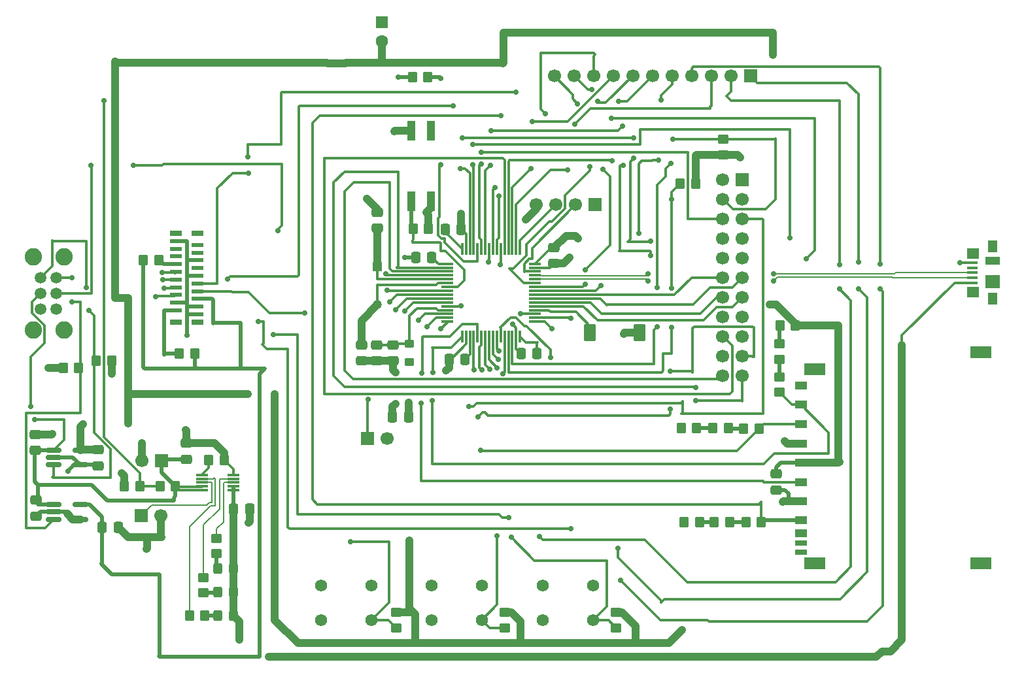
<source format=gtl>
G04 #@! TF.GenerationSoftware,KiCad,Pcbnew,9.0.5*
G04 #@! TF.CreationDate,2025-10-18T23:40:23+02:00*
G04 #@! TF.ProjectId,fotoaparat,666f746f-6170-4617-9261-742e6b696361,rev?*
G04 #@! TF.SameCoordinates,Original*
G04 #@! TF.FileFunction,Copper,L1,Top*
G04 #@! TF.FilePolarity,Positive*
%FSLAX46Y46*%
G04 Gerber Fmt 4.6, Leading zero omitted, Abs format (unit mm)*
G04 Created by KiCad (PCBNEW 9.0.5) date 2025-10-18 23:40:23*
%MOMM*%
%LPD*%
G01*
G04 APERTURE LIST*
G04 Aperture macros list*
%AMRoundRect*
0 Rectangle with rounded corners*
0 $1 Rounding radius*
0 $2 $3 $4 $5 $6 $7 $8 $9 X,Y pos of 4 corners*
0 Add a 4 corners polygon primitive as box body*
4,1,4,$2,$3,$4,$5,$6,$7,$8,$9,$2,$3,0*
0 Add four circle primitives for the rounded corners*
1,1,$1+$1,$2,$3*
1,1,$1+$1,$4,$5*
1,1,$1+$1,$6,$7*
1,1,$1+$1,$8,$9*
0 Add four rect primitives between the rounded corners*
20,1,$1+$1,$2,$3,$4,$5,0*
20,1,$1+$1,$4,$5,$6,$7,0*
20,1,$1+$1,$6,$7,$8,$9,0*
20,1,$1+$1,$8,$9,$2,$3,0*%
G04 Aperture macros list end*
G04 #@! TA.AperFunction,ComponentPad*
%ADD10RoundRect,0.250000X-0.550000X0.550000X-0.550000X-0.550000X0.550000X-0.550000X0.550000X0.550000X0*%
G04 #@! TD*
G04 #@! TA.AperFunction,ComponentPad*
%ADD11C,1.600000*%
G04 #@! TD*
G04 #@! TA.AperFunction,SMDPad,CuDef*
%ADD12RoundRect,0.250000X0.475000X-0.337500X0.475000X0.337500X-0.475000X0.337500X-0.475000X-0.337500X0*%
G04 #@! TD*
G04 #@! TA.AperFunction,ComponentPad*
%ADD13C,1.575000*%
G04 #@! TD*
G04 #@! TA.AperFunction,SMDPad,CuDef*
%ADD14R,1.498600X0.990600*%
G04 #@! TD*
G04 #@! TA.AperFunction,SMDPad,CuDef*
%ADD15R,1.498600X0.711200*%
G04 #@! TD*
G04 #@! TA.AperFunction,SMDPad,CuDef*
%ADD16R,2.794000X1.498600*%
G04 #@! TD*
G04 #@! TA.AperFunction,SMDPad,CuDef*
%ADD17RoundRect,0.250000X-0.475000X0.337500X-0.475000X-0.337500X0.475000X-0.337500X0.475000X0.337500X0*%
G04 #@! TD*
G04 #@! TA.AperFunction,ComponentPad*
%ADD18R,1.700000X1.700000*%
G04 #@! TD*
G04 #@! TA.AperFunction,ComponentPad*
%ADD19C,1.700000*%
G04 #@! TD*
G04 #@! TA.AperFunction,SMDPad,CuDef*
%ADD20RoundRect,0.075000X-0.700000X-0.075000X0.700000X-0.075000X0.700000X0.075000X-0.700000X0.075000X0*%
G04 #@! TD*
G04 #@! TA.AperFunction,SMDPad,CuDef*
%ADD21RoundRect,0.075000X-0.075000X-0.700000X0.075000X-0.700000X0.075000X0.700000X-0.075000X0.700000X0*%
G04 #@! TD*
G04 #@! TA.AperFunction,SMDPad,CuDef*
%ADD22R,1.380000X0.450000*%
G04 #@! TD*
G04 #@! TA.AperFunction,SMDPad,CuDef*
%ADD23R,1.550000X1.425000*%
G04 #@! TD*
G04 #@! TA.AperFunction,SMDPad,CuDef*
%ADD24R,1.300000X1.650000*%
G04 #@! TD*
G04 #@! TA.AperFunction,SMDPad,CuDef*
%ADD25R,1.900000X1.800000*%
G04 #@! TD*
G04 #@! TA.AperFunction,SMDPad,CuDef*
%ADD26R,1.900000X1.000000*%
G04 #@! TD*
G04 #@! TA.AperFunction,SMDPad,CuDef*
%ADD27RoundRect,0.250000X-0.325000X-0.450000X0.325000X-0.450000X0.325000X0.450000X-0.325000X0.450000X0*%
G04 #@! TD*
G04 #@! TA.AperFunction,SMDPad,CuDef*
%ADD28RoundRect,0.162500X-0.837500X-0.162500X0.837500X-0.162500X0.837500X0.162500X-0.837500X0.162500X0*%
G04 #@! TD*
G04 #@! TA.AperFunction,SMDPad,CuDef*
%ADD29RoundRect,0.250000X-0.350000X-0.450000X0.350000X-0.450000X0.350000X0.450000X-0.350000X0.450000X0*%
G04 #@! TD*
G04 #@! TA.AperFunction,SMDPad,CuDef*
%ADD30RoundRect,0.250000X0.350000X0.450000X-0.350000X0.450000X-0.350000X-0.450000X0.350000X-0.450000X0*%
G04 #@! TD*
G04 #@! TA.AperFunction,SMDPad,CuDef*
%ADD31RoundRect,0.250000X-0.337500X-0.475000X0.337500X-0.475000X0.337500X0.475000X-0.337500X0.475000X0*%
G04 #@! TD*
G04 #@! TA.AperFunction,SMDPad,CuDef*
%ADD32RoundRect,0.250000X0.450000X-0.350000X0.450000X0.350000X-0.450000X0.350000X-0.450000X-0.350000X0*%
G04 #@! TD*
G04 #@! TA.AperFunction,SMDPad,CuDef*
%ADD33RoundRect,0.250000X-0.350000X0.275000X-0.350000X-0.275000X0.350000X-0.275000X0.350000X0.275000X0*%
G04 #@! TD*
G04 #@! TA.AperFunction,SMDPad,CuDef*
%ADD34R,1.500000X0.600000*%
G04 #@! TD*
G04 #@! TA.AperFunction,SMDPad,CuDef*
%ADD35R,1.500000X0.800000*%
G04 #@! TD*
G04 #@! TA.AperFunction,ComponentPad*
%ADD36R,1.192000X1.192000*%
G04 #@! TD*
G04 #@! TA.AperFunction,ComponentPad*
%ADD37C,1.192000*%
G04 #@! TD*
G04 #@! TA.AperFunction,SMDPad,CuDef*
%ADD38RoundRect,0.250000X0.337500X0.475000X-0.337500X0.475000X-0.337500X-0.475000X0.337500X-0.475000X0*%
G04 #@! TD*
G04 #@! TA.AperFunction,SMDPad,CuDef*
%ADD39RoundRect,0.250000X-0.550000X-0.850000X0.550000X-0.850000X0.550000X0.850000X-0.550000X0.850000X0*%
G04 #@! TD*
G04 #@! TA.AperFunction,SMDPad,CuDef*
%ADD40RoundRect,0.250000X-0.450000X0.350000X-0.450000X-0.350000X0.450000X-0.350000X0.450000X0.350000X0*%
G04 #@! TD*
G04 #@! TA.AperFunction,ComponentPad*
%ADD41C,1.500000*%
G04 #@! TD*
G04 #@! TA.AperFunction,ComponentPad*
%ADD42C,2.250000*%
G04 #@! TD*
G04 #@! TA.AperFunction,SMDPad,CuDef*
%ADD43R,1.512799X0.330200*%
G04 #@! TD*
G04 #@! TA.AperFunction,SMDPad,CuDef*
%ADD44R,1.000000X2.500000*%
G04 #@! TD*
G04 #@! TA.AperFunction,ViaPad*
%ADD45C,0.700000*%
G04 #@! TD*
G04 #@! TA.AperFunction,Conductor*
%ADD46C,1.000000*%
G04 #@! TD*
G04 #@! TA.AperFunction,Conductor*
%ADD47C,0.500000*%
G04 #@! TD*
G04 #@! TA.AperFunction,Conductor*
%ADD48C,0.300000*%
G04 #@! TD*
G04 #@! TA.AperFunction,Conductor*
%ADD49C,0.200000*%
G04 #@! TD*
G04 APERTURE END LIST*
D10*
X128050000Y-64544887D03*
D11*
X128050000Y-67044887D03*
D12*
X179100000Y-123075000D03*
X179100000Y-125150000D03*
D13*
X120200000Y-137500000D03*
X120200000Y-142000000D03*
X126700000Y-137500000D03*
X126700000Y-142000000D03*
D14*
X182293599Y-114125000D03*
X182293599Y-116625000D03*
X182293599Y-119125000D03*
X182293599Y-121625000D03*
X182293599Y-124125000D03*
X182293599Y-126625000D03*
X182293599Y-129049999D03*
X182293599Y-130750021D03*
X182293599Y-111625000D03*
D15*
X182293599Y-132050001D03*
X182293599Y-133249897D03*
D16*
X184093601Y-134650001D03*
X184093601Y-109550000D03*
X205593601Y-134649998D03*
X205593601Y-107350002D03*
D17*
X83300000Y-126462500D03*
X83300000Y-128537500D03*
D18*
X96900000Y-128500000D03*
D19*
X99440000Y-128500000D03*
D20*
X136525000Y-95850000D03*
X136525000Y-96350000D03*
X136525000Y-96850000D03*
X136525000Y-97350000D03*
X136525000Y-97850000D03*
X136525000Y-98350000D03*
X136525000Y-98850000D03*
X136525000Y-99350000D03*
X136525000Y-99850000D03*
X136525000Y-100350000D03*
X136525000Y-100850000D03*
X136525000Y-101350000D03*
X136525000Y-101850000D03*
X136525000Y-102350000D03*
X136525000Y-102850000D03*
X136525000Y-103350000D03*
D21*
X138450000Y-105275000D03*
X138950000Y-105275000D03*
X139450000Y-105275000D03*
X139950000Y-105275000D03*
X140450000Y-105275000D03*
X140950000Y-105275000D03*
X141450000Y-105275000D03*
X141950000Y-105275000D03*
X142450000Y-105275000D03*
X142950000Y-105275000D03*
X143450000Y-105275000D03*
X143950000Y-105275000D03*
X144450000Y-105275000D03*
X144950000Y-105275000D03*
X145450000Y-105275000D03*
X145950000Y-105275000D03*
D20*
X147875000Y-103350000D03*
X147875000Y-102850000D03*
X147875000Y-102350000D03*
X147875000Y-101850000D03*
X147875000Y-101350000D03*
X147875000Y-100850000D03*
X147875000Y-100350000D03*
X147875000Y-99850000D03*
X147875000Y-99350000D03*
X147875000Y-98850000D03*
X147875000Y-98350000D03*
X147875000Y-97850000D03*
X147875000Y-97350000D03*
X147875000Y-96850000D03*
X147875000Y-96350000D03*
X147875000Y-95850000D03*
D21*
X145950000Y-93925000D03*
X145450000Y-93925000D03*
X144950000Y-93925000D03*
X144450000Y-93925000D03*
X143950000Y-93925000D03*
X143450000Y-93925000D03*
X142950000Y-93925000D03*
X142450000Y-93925000D03*
X141950000Y-93925000D03*
X141450000Y-93925000D03*
X140950000Y-93925000D03*
X140450000Y-93925000D03*
X139950000Y-93925000D03*
X139450000Y-93925000D03*
X138950000Y-93925000D03*
X138450000Y-93925000D03*
D18*
X99540000Y-121400000D03*
D19*
X97000000Y-121400000D03*
D22*
X204475000Y-98300000D03*
X204475000Y-97650000D03*
X204475000Y-97000000D03*
X204475000Y-96350000D03*
X204475000Y-95700000D03*
D23*
X204560000Y-99487000D03*
X204560000Y-94513000D03*
D24*
X207135000Y-100375000D03*
D25*
X207135000Y-98150000D03*
D26*
X207135000Y-95450000D03*
D24*
X207135000Y-93625000D03*
D18*
X155680000Y-88200000D03*
D19*
X153140000Y-88200000D03*
X150600000Y-88200000D03*
X148060000Y-88200000D03*
D12*
X83200000Y-120037500D03*
X83200000Y-117962500D03*
D27*
X106815000Y-138400000D03*
X108865000Y-138400000D03*
D28*
X85580000Y-127050000D03*
X85580000Y-128000000D03*
X85580000Y-128950000D03*
X89000000Y-128950000D03*
X89000000Y-127050000D03*
D29*
X105640000Y-121300000D03*
X107640000Y-121300000D03*
D30*
X99200000Y-95350000D03*
X97200000Y-95350000D03*
D28*
X85580000Y-120000000D03*
X85580000Y-120950000D03*
X85580000Y-121900000D03*
X89000000Y-121900000D03*
X89000000Y-120000000D03*
D29*
X86800000Y-109300000D03*
X88800000Y-109300000D03*
D31*
X132462500Y-95000000D03*
X134537500Y-95000000D03*
D27*
X106815000Y-135360000D03*
X108865000Y-135360000D03*
D32*
X172300000Y-81700000D03*
X172300000Y-79700000D03*
D29*
X170900000Y-117100000D03*
X172900000Y-117100000D03*
D18*
X174740000Y-84925000D03*
D19*
X172200000Y-84925000D03*
X174740000Y-87465000D03*
X172200000Y-87465000D03*
X174740000Y-90005000D03*
X172200000Y-90005000D03*
X174740000Y-92545000D03*
X172200000Y-92545000D03*
X174740000Y-95085000D03*
X172200000Y-95085000D03*
X174740000Y-97625000D03*
X172200000Y-97625000D03*
X174740000Y-100165000D03*
X172200000Y-100165000D03*
X174740000Y-102705000D03*
X172200000Y-102705000D03*
X174740000Y-105245000D03*
X172200000Y-105245000D03*
X174740000Y-107785000D03*
X172200000Y-107785000D03*
X174740000Y-110325000D03*
X172200000Y-110325000D03*
D30*
X105140000Y-141400000D03*
X103140000Y-141400000D03*
D12*
X150300000Y-95837500D03*
X150300000Y-93762500D03*
D17*
X127500000Y-89162500D03*
X127500000Y-91237500D03*
D31*
X108865000Y-127600000D03*
X110940000Y-127600000D03*
D29*
X167200000Y-129300000D03*
X169200000Y-129300000D03*
D17*
X129500000Y-106362500D03*
X129500000Y-108437500D03*
D18*
X175775000Y-71500000D03*
D19*
X173235000Y-71500000D03*
X170695000Y-71500000D03*
X168155000Y-71500000D03*
X165615000Y-71500000D03*
X163075000Y-71500000D03*
X160535000Y-71500000D03*
X157995000Y-71500000D03*
X155455000Y-71500000D03*
X152915000Y-71500000D03*
X150375000Y-71500000D03*
D33*
X131600000Y-106250000D03*
X131600000Y-108550000D03*
D30*
X168700000Y-85500000D03*
X166700000Y-85500000D03*
D29*
X132000000Y-71700000D03*
X134000000Y-71700000D03*
D34*
X104200000Y-102400000D03*
X101400000Y-101900000D03*
X104200000Y-101400000D03*
X101400000Y-100900000D03*
X104200000Y-100400000D03*
X101400000Y-99900000D03*
X104200000Y-99400000D03*
X101400000Y-98900000D03*
X104200000Y-98400000D03*
X101400000Y-97900000D03*
X104200000Y-97400000D03*
X101400000Y-96900000D03*
X104200000Y-96400000D03*
X101400000Y-95900000D03*
X104200000Y-95400000D03*
X101400000Y-94900000D03*
X104200000Y-94400000D03*
X101400000Y-93900000D03*
X104200000Y-93400000D03*
X101400000Y-92900000D03*
D35*
X101400000Y-103400000D03*
X104200000Y-103400000D03*
X101400000Y-91900000D03*
X104200000Y-91900000D03*
D18*
X126160000Y-118500000D03*
D19*
X128700000Y-118500000D03*
D36*
X127500000Y-96260000D03*
D37*
X127500000Y-101140000D03*
D38*
X131500000Y-115700000D03*
X129425000Y-115700000D03*
D39*
X155000000Y-104800000D03*
X161400000Y-104800000D03*
D12*
X102740000Y-121175000D03*
X102740000Y-119100000D03*
D32*
X104940000Y-138500000D03*
X104940000Y-136500000D03*
D30*
X93100000Y-108400000D03*
X91100000Y-108400000D03*
D40*
X179500000Y-110500000D03*
X179500000Y-112500000D03*
D41*
X83900000Y-101700000D03*
X83900000Y-99700000D03*
X83900000Y-97700000D03*
X85900000Y-101700000D03*
X85900000Y-99700000D03*
X85900000Y-97700000D03*
D42*
X82900000Y-104450000D03*
X86900000Y-104450000D03*
X86900000Y-94950000D03*
X82900000Y-94950000D03*
D43*
X108829400Y-125200000D03*
X108829400Y-124699998D03*
X108829400Y-124199999D03*
X108829400Y-123700000D03*
X108829400Y-123199998D03*
X104740000Y-123199998D03*
X104740000Y-123700000D03*
X104740000Y-124199999D03*
X104740000Y-124699998D03*
X104740000Y-125200000D03*
D30*
X103850000Y-107500000D03*
X101850000Y-107500000D03*
D29*
X166800000Y-117100000D03*
X168800000Y-117100000D03*
D13*
X148931000Y-137500000D03*
X148931000Y-142000000D03*
X155431000Y-137500000D03*
X155431000Y-142000000D03*
D32*
X106640000Y-133400000D03*
X106640000Y-131400000D03*
D40*
X158400000Y-141000000D03*
X158400000Y-143000000D03*
D29*
X174900000Y-117200000D03*
X176900000Y-117200000D03*
D38*
X138337500Y-91400000D03*
X136262500Y-91400000D03*
D29*
X175200000Y-129300000D03*
X177200000Y-129300000D03*
D12*
X91300000Y-122037500D03*
X91300000Y-119962500D03*
D40*
X144000000Y-141000000D03*
X144000000Y-143000000D03*
D30*
X96740000Y-124700000D03*
X94740000Y-124700000D03*
D38*
X93937500Y-130000000D03*
X91862500Y-130000000D03*
D44*
X131830000Y-87750000D03*
X134370000Y-87750000D03*
X131830000Y-78650000D03*
X134370000Y-78650000D03*
D31*
X136762500Y-108200000D03*
X138837500Y-108200000D03*
D30*
X181600000Y-103800000D03*
X179600000Y-103800000D03*
D12*
X125400000Y-108437500D03*
X125400000Y-106362500D03*
D17*
X127400000Y-106362500D03*
X127400000Y-108437500D03*
D30*
X134100000Y-91300000D03*
X132100000Y-91300000D03*
D29*
X171100000Y-129300000D03*
X173100000Y-129300000D03*
D40*
X179500000Y-106200000D03*
X179500000Y-108200000D03*
D13*
X134500000Y-137500000D03*
X134500000Y-142000000D03*
X141000000Y-137500000D03*
X141000000Y-142000000D03*
D27*
X106815000Y-141440000D03*
X108865000Y-141440000D03*
D40*
X129900000Y-141000000D03*
X129900000Y-143000000D03*
D31*
X146062500Y-107500000D03*
X148137500Y-107500000D03*
D30*
X101340000Y-124700000D03*
X99340000Y-124700000D03*
D45*
X130150000Y-71700000D03*
X99700000Y-97950000D03*
X108050000Y-97850000D03*
X99650000Y-96950000D03*
X99900000Y-99000000D03*
X112100000Y-103300000D03*
X110700000Y-82000000D03*
X110800000Y-84100000D03*
X114000000Y-105000000D03*
X98750000Y-100150000D03*
X152400000Y-95000000D03*
X138300000Y-101300000D03*
X129800000Y-109900000D03*
X97600000Y-132800000D03*
X159400000Y-104900000D03*
X102700000Y-117400000D03*
X110800000Y-129400000D03*
X94400000Y-123000000D03*
X87400000Y-122700000D03*
X85400000Y-117900000D03*
X180200000Y-118800000D03*
X202900000Y-95700000D03*
X97000000Y-119100000D03*
X87300000Y-128200000D03*
X146700000Y-90100000D03*
X102800000Y-105100000D03*
X180000000Y-126700000D03*
X138300000Y-89400000D03*
X129800000Y-114000000D03*
X126100000Y-87400000D03*
X93100000Y-110100000D03*
X136400000Y-109700000D03*
X84900000Y-109300000D03*
X129700000Y-78700000D03*
X145000000Y-103700000D03*
X131000000Y-95000000D03*
X83100000Y-116000000D03*
X82600000Y-114300000D03*
X143250000Y-87100000D03*
X145400000Y-73600000D03*
X131600000Y-131700000D03*
X110700000Y-112700000D03*
X95200000Y-116500000D03*
X134370000Y-87750000D03*
X131600000Y-108550000D03*
X148137500Y-107500000D03*
X131500000Y-113800000D03*
X174500000Y-82100000D03*
X114200000Y-112700000D03*
X113800000Y-69825000D03*
X138837500Y-108200000D03*
X153500000Y-92600000D03*
X134600000Y-94800000D03*
X167200000Y-129300000D03*
X178700000Y-68800000D03*
X182293599Y-121625000D03*
X89400000Y-116600000D03*
X178300000Y-101100000D03*
X166800000Y-117100000D03*
X136262500Y-91400000D03*
X166900000Y-143300000D03*
X143700000Y-110100000D03*
X144500000Y-128700000D03*
X113400000Y-146800000D03*
X109600000Y-144600000D03*
X137300000Y-75400000D03*
X141900000Y-95600000D03*
X87900000Y-100800000D03*
X87900000Y-97700000D03*
X152500000Y-130200000D03*
X152500000Y-102900000D03*
X118100000Y-102200000D03*
X129100000Y-100800000D03*
X129800000Y-101800000D03*
X142000000Y-109500000D03*
X140850000Y-120050000D03*
X163700000Y-104000000D03*
X165700000Y-79700000D03*
X163700000Y-98900000D03*
X165500000Y-82800000D03*
X133200000Y-110000000D03*
X133100000Y-113900000D03*
X165600000Y-87500000D03*
X165600000Y-99000000D03*
X165600000Y-104100000D03*
X142700000Y-86000000D03*
X143500000Y-76700000D03*
X134600000Y-113600000D03*
X134700000Y-109900000D03*
X152100000Y-83700000D03*
X153050000Y-77750000D03*
X133900000Y-104000000D03*
X143400000Y-96000000D03*
X149200000Y-76400000D03*
X126300000Y-113400000D03*
X132800000Y-103200000D03*
X90100000Y-101900000D03*
X89800000Y-98900000D03*
X153402525Y-75102525D03*
X146000000Y-102300000D03*
X168700000Y-111900000D03*
X168700000Y-113600000D03*
X147500000Y-77400000D03*
X147400000Y-83500000D03*
X157850000Y-82500000D03*
X183000000Y-95200000D03*
X157800000Y-77000000D03*
X140900000Y-81400000D03*
X140900000Y-82900000D03*
X139800000Y-80400000D03*
X180900000Y-92500000D03*
X139800000Y-83000000D03*
X141000000Y-109625000D03*
X165400000Y-114700000D03*
X140500000Y-115700000D03*
X165400000Y-109800000D03*
X138200000Y-83500000D03*
X138500000Y-79500000D03*
X160700000Y-82200000D03*
X162900000Y-92900000D03*
X160700000Y-79500000D03*
X142100000Y-83100000D03*
X162900000Y-94800000D03*
X159200000Y-78000000D03*
X159300000Y-83100000D03*
X142200000Y-78600000D03*
X140000000Y-109625000D03*
X139300000Y-114300000D03*
X144800000Y-131300000D03*
X143100000Y-108200000D03*
X143000000Y-109300000D03*
X143000000Y-131100000D03*
X124000000Y-131900000D03*
X131000000Y-102000000D03*
X134370000Y-78650000D03*
X135700000Y-83000000D03*
X135700000Y-71800000D03*
X155000000Y-83300000D03*
X156000000Y-74800000D03*
X156700000Y-83600000D03*
X154400000Y-96600000D03*
X154400000Y-98500000D03*
X158700000Y-74800000D03*
X148500000Y-131200000D03*
X143200000Y-107100000D03*
X187300000Y-99100000D03*
X187300000Y-96000000D03*
X159000000Y-136900000D03*
X192600000Y-99100000D03*
X192600000Y-95900000D03*
X135700000Y-104300000D03*
X164200000Y-74600000D03*
X161300000Y-91900000D03*
X163900000Y-82400000D03*
X156400000Y-98700000D03*
X189800000Y-95600000D03*
X149900000Y-107950000D03*
X189800000Y-99100000D03*
X158600000Y-132700000D03*
X155200000Y-73300000D03*
X150100000Y-104300000D03*
X178800000Y-98075000D03*
X162525000Y-98075000D03*
X178800000Y-97125000D03*
X162525000Y-97125000D03*
X128700000Y-99300000D03*
X92100000Y-74700000D03*
X128600000Y-97150000D03*
X114600000Y-91600000D03*
X95900000Y-83100000D03*
X90400000Y-83100000D03*
D46*
X128050000Y-67044887D02*
X128050000Y-69750000D01*
X128050000Y-69750000D02*
X128100000Y-69800000D01*
D47*
X132000000Y-71700000D02*
X130150000Y-71700000D01*
D46*
X182293599Y-126625000D02*
X180700000Y-126625000D01*
D47*
X180700000Y-125600000D02*
X180700000Y-126625000D01*
X179100000Y-125150000D02*
X180250000Y-125150000D01*
X180250000Y-125150000D02*
X180700000Y-125600000D01*
X179100000Y-123075000D02*
X179100000Y-122200000D01*
X179100000Y-122200000D02*
X179675000Y-121625000D01*
X179675000Y-121625000D02*
X182293599Y-121625000D01*
D48*
X87900000Y-100800000D02*
X89000000Y-100800000D01*
X89000000Y-100800000D02*
X89000000Y-115200000D01*
X82000000Y-130100000D02*
X84430000Y-130100000D01*
X89000000Y-115200000D02*
X82000000Y-115200000D01*
X82000000Y-115200000D02*
X82000000Y-130100000D01*
X84430000Y-130100000D02*
X85580000Y-128950000D01*
X83100000Y-116000000D02*
X86900000Y-116000000D01*
X86900000Y-116000000D02*
X86900000Y-118680000D01*
X86900000Y-118680000D02*
X85580000Y-120000000D01*
X114600000Y-91600000D02*
X114600000Y-91400000D01*
X115100000Y-82900000D02*
X99800000Y-82900000D01*
X114600000Y-91400000D02*
X115100000Y-90900000D01*
X115100000Y-90900000D02*
X115100000Y-82900000D01*
X99800000Y-82900000D02*
X99600000Y-83100000D01*
X99600000Y-83100000D02*
X95900000Y-83100000D01*
X118100000Y-102200000D02*
X113500000Y-102200000D01*
X113500000Y-102200000D02*
X110800000Y-99500000D01*
X108700000Y-99500000D02*
X108600000Y-99400000D01*
X110800000Y-99500000D02*
X108700000Y-99500000D01*
X108600000Y-99400000D02*
X104200000Y-99400000D01*
D47*
X104100000Y-109400000D02*
X97350000Y-109400000D01*
X97350000Y-109400000D02*
X97200000Y-109250000D01*
X97200000Y-109250000D02*
X97200000Y-95350000D01*
D48*
X98750000Y-100150000D02*
X98850000Y-100050000D01*
X98850000Y-100050000D02*
X101250000Y-100050000D01*
X101250000Y-100050000D02*
X101400000Y-99900000D01*
X117100000Y-97500000D02*
X108400000Y-97500000D01*
X108400000Y-97500000D02*
X108050000Y-97850000D01*
X99700000Y-97950000D02*
X101350000Y-97950000D01*
X101350000Y-97950000D02*
X101400000Y-97900000D01*
X101350000Y-96950000D02*
X101400000Y-96900000D01*
X99650000Y-96950000D02*
X101350000Y-96950000D01*
X101300000Y-99000000D02*
X101400000Y-98900000D01*
X112700000Y-103300000D02*
X112100000Y-103300000D01*
X99900000Y-99000000D02*
X101300000Y-99000000D01*
X110800000Y-84100000D02*
X108750000Y-84100000D01*
X106750000Y-86100000D02*
X106750000Y-98400000D01*
X108750000Y-84100000D02*
X106750000Y-86100000D01*
X106750000Y-98400000D02*
X104200000Y-98400000D01*
X110700000Y-80350000D02*
X110700000Y-82000000D01*
X115000000Y-80400000D02*
X110750000Y-80400000D01*
X110750000Y-80400000D02*
X110700000Y-80350000D01*
X114300000Y-105000000D02*
X114000000Y-105000000D01*
D47*
X109800000Y-109400000D02*
X109800000Y-103500000D01*
X109800000Y-103500000D02*
X106250000Y-103500000D01*
X106250000Y-103500000D02*
X106200000Y-103550000D01*
X106200000Y-103550000D02*
X106200000Y-100550000D01*
X106200000Y-100550000D02*
X106050000Y-100400000D01*
X106050000Y-100400000D02*
X104200000Y-100400000D01*
X101400000Y-95900000D02*
X99750000Y-95900000D01*
X99750000Y-95900000D02*
X99200000Y-95350000D01*
X99850000Y-101850000D02*
X99850000Y-107650000D01*
X101400000Y-101900000D02*
X99900000Y-101900000D01*
X99900000Y-101900000D02*
X99850000Y-101850000D01*
X99850000Y-107650000D02*
X100000000Y-107500000D01*
X100000000Y-107500000D02*
X101850000Y-107500000D01*
X109800000Y-109400000D02*
X104100000Y-109400000D01*
X104100000Y-109400000D02*
X103850000Y-109150000D01*
X103850000Y-109150000D02*
X103850000Y-107500000D01*
X102800000Y-94300000D02*
X102800000Y-95400000D01*
X104200000Y-95400000D02*
X102800000Y-95400000D01*
X102800000Y-95400000D02*
X102800000Y-97400000D01*
X104200000Y-97400000D02*
X102800000Y-97400000D01*
X102800000Y-99900000D02*
X102800000Y-100950000D01*
X101400000Y-100900000D02*
X102750000Y-100900000D01*
X102750000Y-100900000D02*
X102800000Y-100950000D01*
X102800000Y-100950000D02*
X102800000Y-101400000D01*
X104200000Y-101400000D02*
X102800000Y-101400000D01*
X104200000Y-102400000D02*
X102800000Y-102400000D01*
D46*
X129425000Y-114375000D02*
X129800000Y-114000000D01*
D48*
X138950000Y-93925000D02*
X138950000Y-92012500D01*
D46*
X83200000Y-117962500D02*
X85337500Y-117962500D01*
D47*
X102800000Y-92900000D02*
X102800000Y-93900000D01*
D46*
X102740000Y-119100000D02*
X106400000Y-119100000D01*
D47*
X89000000Y-121900000D02*
X91162500Y-121900000D01*
D46*
X136762500Y-109337500D02*
X136400000Y-109700000D01*
D48*
X137000000Y-108200000D02*
X136762500Y-108200000D01*
D47*
X87100000Y-128000000D02*
X87300000Y-128200000D01*
D46*
X106400000Y-119100000D02*
X107640000Y-120340000D01*
X97700000Y-131300000D02*
X97700000Y-132700000D01*
X180700000Y-126625000D02*
X180075000Y-126625000D01*
X138337500Y-89437500D02*
X138300000Y-89400000D01*
X172300000Y-84835000D02*
X172210000Y-84925000D01*
D47*
X83300000Y-128537500D02*
X83837500Y-128000000D01*
X101400000Y-92900000D02*
X102800000Y-92900000D01*
D48*
X138950000Y-105275000D02*
X138950000Y-106250000D01*
D46*
X93100000Y-108400000D02*
X93100000Y-110100000D01*
D48*
X108829400Y-122489400D02*
X108829400Y-123183900D01*
D46*
X85337500Y-117962500D02*
X85400000Y-117900000D01*
D47*
X102800000Y-97900000D02*
X102800000Y-99900000D01*
X102800000Y-102400000D02*
X102800000Y-105100000D01*
D46*
X161400000Y-104800000D02*
X159500000Y-104800000D01*
D48*
X204475000Y-95700000D02*
X202900000Y-95700000D01*
D47*
X102800000Y-93900000D02*
X102800000Y-94300000D01*
D46*
X129750000Y-78650000D02*
X129700000Y-78700000D01*
D47*
X83837500Y-128000000D02*
X85580000Y-128000000D01*
D46*
X94740000Y-124700000D02*
X94740000Y-123340000D01*
X148060000Y-88740000D02*
X146700000Y-90100000D01*
X129500000Y-108437500D02*
X129500000Y-109600000D01*
X129425000Y-115700000D02*
X129425000Y-114375000D01*
D47*
X89000000Y-121900000D02*
X88200000Y-121900000D01*
D46*
X151562500Y-95837500D02*
X152400000Y-95000000D01*
X127500000Y-89162500D02*
X127500000Y-88800000D01*
X97700000Y-131300000D02*
X95237500Y-131300000D01*
D48*
X145450000Y-106887500D02*
X146062500Y-107500000D01*
D46*
X88050000Y-128950000D02*
X87300000Y-128200000D01*
X129500000Y-109600000D02*
X129800000Y-109900000D01*
X94740000Y-123340000D02*
X94400000Y-123000000D01*
X99440000Y-131240000D02*
X99500000Y-131300000D01*
D47*
X102800000Y-101400000D02*
X102800000Y-102400000D01*
D48*
X107640000Y-121300000D02*
X108829400Y-122489400D01*
D46*
X180075000Y-126625000D02*
X180000000Y-126700000D01*
X131830000Y-78650000D02*
X129750000Y-78650000D01*
X95237500Y-131300000D02*
X93937500Y-130000000D01*
D48*
X136525000Y-101350000D02*
X138250000Y-101350000D01*
D46*
X99500000Y-131300000D02*
X97700000Y-131300000D01*
X89000000Y-128950000D02*
X88050000Y-128950000D01*
D48*
X138250000Y-101350000D02*
X138300000Y-101300000D01*
D46*
X138337500Y-91400000D02*
X138337500Y-89437500D01*
D48*
X145450000Y-105275000D02*
X145450000Y-104150000D01*
D46*
X97700000Y-132700000D02*
X97600000Y-132800000D01*
D48*
X145450000Y-105275000D02*
X145450000Y-106887500D01*
X147875000Y-96350000D02*
X149787500Y-96350000D01*
D46*
X150300000Y-95837500D02*
X151562500Y-95837500D01*
D48*
X138950000Y-92012500D02*
X138337500Y-91400000D01*
D47*
X102800000Y-97400000D02*
X102800000Y-97900000D01*
X132462500Y-95000000D02*
X131000000Y-95000000D01*
D46*
X180525000Y-119125000D02*
X180200000Y-118800000D01*
X86800000Y-109300000D02*
X84900000Y-109300000D01*
D48*
X149787500Y-96350000D02*
X150300000Y-95837500D01*
D46*
X110940000Y-127600000D02*
X110940000Y-129260000D01*
X102740000Y-117440000D02*
X102700000Y-117400000D01*
X97000000Y-121400000D02*
X97000000Y-119100000D01*
X110940000Y-129260000D02*
X110800000Y-129400000D01*
X127500000Y-88800000D02*
X126100000Y-87400000D01*
X102740000Y-119100000D02*
X102740000Y-117440000D01*
D47*
X91162500Y-121900000D02*
X91300000Y-122037500D01*
D46*
X125400000Y-108437500D02*
X127400000Y-108437500D01*
D47*
X85580000Y-120950000D02*
X88050000Y-120950000D01*
D48*
X138950000Y-106250000D02*
X137000000Y-108200000D01*
D47*
X88200000Y-121900000D02*
X87400000Y-122700000D01*
X85580000Y-128000000D02*
X87100000Y-128000000D01*
X88050000Y-120950000D02*
X89000000Y-121900000D01*
D46*
X127400000Y-108437500D02*
X129500000Y-108437500D01*
X99440000Y-128500000D02*
X99440000Y-131240000D01*
X136762500Y-108200000D02*
X136762500Y-109337500D01*
D48*
X145450000Y-104150000D02*
X145000000Y-103700000D01*
D46*
X182293599Y-119125000D02*
X180525000Y-119125000D01*
X159500000Y-104800000D02*
X159400000Y-104900000D01*
X148060000Y-88200000D02*
X148060000Y-88740000D01*
X107640000Y-120340000D02*
X107640000Y-121300000D01*
D47*
X90500000Y-124500000D02*
X83500000Y-124500000D01*
D48*
X101340000Y-124700000D02*
X101840000Y-125200000D01*
X82799000Y-102261620D02*
X84400000Y-103862620D01*
X101356099Y-124716099D02*
X104740000Y-124716099D01*
X84400000Y-106100000D02*
X82600000Y-107900000D01*
D47*
X102740000Y-121175000D02*
X99765000Y-121175000D01*
X83100000Y-124100000D02*
X83500000Y-124500000D01*
X84000000Y-127000000D02*
X84050000Y-127050000D01*
X99540000Y-122900000D02*
X101340000Y-124700000D01*
X92500000Y-126500000D02*
X101100000Y-126500000D01*
X83500000Y-127000000D02*
X84000000Y-127000000D01*
D48*
X83900000Y-99700000D02*
X82799000Y-100801000D01*
D47*
X99540000Y-121400000D02*
X99540000Y-122900000D01*
X101100000Y-126500000D02*
X101100000Y-126200000D01*
X101340000Y-125960000D02*
X101340000Y-124700000D01*
X85580000Y-120000000D02*
X83100000Y-120000000D01*
D48*
X101340000Y-124700000D02*
X101356099Y-124716099D01*
D47*
X90500000Y-124500000D02*
X92500000Y-126500000D01*
D48*
X101840000Y-125200000D02*
X104740000Y-125200000D01*
D47*
X83100000Y-120000000D02*
X83100000Y-124100000D01*
X99765000Y-121175000D02*
X99540000Y-121400000D01*
X101100000Y-126200000D02*
X101340000Y-125960000D01*
D48*
X82600000Y-107900000D02*
X82600000Y-114300000D01*
X84400000Y-103862620D02*
X84400000Y-106100000D01*
D47*
X84050000Y-127050000D02*
X85580000Y-127050000D01*
X83500000Y-124500000D02*
X83500000Y-127000000D01*
D48*
X82799000Y-100801000D02*
X82799000Y-102261620D01*
D47*
X91700000Y-134700000D02*
X93100000Y-136100000D01*
X91862500Y-128662500D02*
X90250000Y-127050000D01*
X112900000Y-109400000D02*
X109800000Y-109400000D01*
X99300000Y-146600000D02*
X99200000Y-146700000D01*
X112200000Y-146800000D02*
X112200000Y-110100000D01*
X91862500Y-134537500D02*
X91700000Y-134700000D01*
X90250000Y-127050000D02*
X89000000Y-127050000D01*
X99300000Y-146800000D02*
X112200000Y-146800000D01*
X99300000Y-136100000D02*
X99300000Y-146600000D01*
X93100000Y-136100000D02*
X99300000Y-136100000D01*
X112200000Y-110100000D02*
X112900000Y-109400000D01*
X91862500Y-130000000D02*
X91862500Y-128662500D01*
X99200000Y-146700000D02*
X99300000Y-146800000D01*
X91862500Y-130000000D02*
X91862500Y-134537500D01*
D48*
X115000000Y-80400000D02*
X115000000Y-73700000D01*
X115000000Y-73700000D02*
X115100000Y-73600000D01*
X143200000Y-92500000D02*
X143200000Y-87150000D01*
X142950000Y-92750000D02*
X143200000Y-92500000D01*
X101200000Y-97100000D02*
X101400000Y-96900000D01*
X143200000Y-87150000D02*
X143250000Y-87100000D01*
X142950000Y-93925000D02*
X142950000Y-92750000D01*
D47*
X101300000Y-97000000D02*
X101400000Y-96900000D01*
D48*
X115100000Y-73600000D02*
X145400000Y-73600000D01*
D46*
X89000000Y-120000000D02*
X89000000Y-117000000D01*
X143700000Y-69900000D02*
X143800000Y-69800000D01*
X134370000Y-87750000D02*
X134370000Y-88630000D01*
X178700000Y-65900000D02*
X178700000Y-68800000D01*
X146000000Y-142200000D02*
X144800000Y-141000000D01*
X151900000Y-92200000D02*
X153100000Y-92200000D01*
X187175000Y-121625000D02*
X187300000Y-121500000D01*
X114200000Y-112700000D02*
X114200000Y-142000000D01*
X181600000Y-103800000D02*
X181600000Y-103600000D01*
X144800000Y-141000000D02*
X144000000Y-141000000D01*
X117200000Y-145000000D02*
X132400000Y-145000000D01*
D48*
X145950000Y-105275000D02*
X146675000Y-106000000D01*
D46*
X128100000Y-69800000D02*
X143600000Y-69800000D01*
X160900000Y-145000000D02*
X165200000Y-145000000D01*
X93725000Y-69825000D02*
X113800000Y-69825000D01*
X89000000Y-117000000D02*
X89400000Y-116600000D01*
D48*
X148200000Y-106000000D02*
X148137500Y-106062500D01*
X139450000Y-105275000D02*
X139450000Y-107587500D01*
D46*
X187200000Y-103800000D02*
X181600000Y-103800000D01*
D48*
X136262500Y-91737500D02*
X136262500Y-91400000D01*
D46*
X168700000Y-85500000D02*
X168700000Y-81800000D01*
X181600000Y-103600000D02*
X179100000Y-101100000D01*
X93500000Y-69600000D02*
X93725000Y-69825000D01*
D48*
X136562500Y-92037500D02*
X136562500Y-91400000D01*
D46*
X118600000Y-69825000D02*
X120962500Y-69825000D01*
X95200000Y-100300000D02*
X93500000Y-100300000D01*
X89037500Y-119962500D02*
X89000000Y-120000000D01*
X134370000Y-88630000D02*
X133800000Y-89200000D01*
D48*
X136525000Y-95850000D02*
X135387500Y-95850000D01*
D46*
X123362500Y-69862500D02*
X123400000Y-69825000D01*
X153100000Y-92200000D02*
X153500000Y-92600000D01*
X132400000Y-145000000D02*
X132400000Y-141300000D01*
D48*
X139450000Y-107587500D02*
X138837500Y-108200000D01*
D46*
X131600000Y-131700000D02*
X131600000Y-140500000D01*
X179100000Y-101100000D02*
X178300000Y-101100000D01*
X150337500Y-93762500D02*
X151900000Y-92200000D01*
X143600000Y-69800000D02*
X143700000Y-69900000D01*
X114200000Y-142000000D02*
X117200000Y-145000000D01*
X143800000Y-65900000D02*
X178700000Y-65900000D01*
X133800000Y-89200000D02*
X134100000Y-89500000D01*
X120962500Y-69825000D02*
X121000000Y-69862500D01*
X95200000Y-116500000D02*
X95200000Y-112700000D01*
X165200000Y-145000000D02*
X166900000Y-143300000D01*
X187200000Y-121400000D02*
X187200000Y-103800000D01*
X121000000Y-69862500D02*
X123362500Y-69862500D01*
X125700000Y-69825000D02*
X128075000Y-69825000D01*
X168800000Y-81700000D02*
X172300000Y-81700000D01*
X187300000Y-121500000D02*
X187200000Y-121400000D01*
X132100000Y-141000000D02*
X129900000Y-141000000D01*
D48*
X148137500Y-106062500D02*
X148137500Y-107500000D01*
D46*
X143800000Y-69800000D02*
X143800000Y-65900000D01*
X150300000Y-93762500D02*
X150337500Y-93762500D01*
X168700000Y-81800000D02*
X168800000Y-81700000D01*
X182293599Y-121625000D02*
X187175000Y-121625000D01*
X146000000Y-145000000D02*
X146000000Y-142200000D01*
X123400000Y-69825000D02*
X125700000Y-69825000D01*
X160900000Y-142800000D02*
X159100000Y-141000000D01*
X91300000Y-119962500D02*
X89037500Y-119962500D01*
X146000000Y-145000000D02*
X160900000Y-145000000D01*
X134100000Y-89500000D02*
X134100000Y-91300000D01*
X128075000Y-69825000D02*
X128100000Y-69800000D01*
X172300000Y-81700000D02*
X174100000Y-81700000D01*
D48*
X146675000Y-106000000D02*
X148200000Y-106000000D01*
D46*
X93500000Y-100300000D02*
X93500000Y-69600000D01*
X131600000Y-140500000D02*
X132100000Y-141000000D01*
D48*
X147875000Y-95850000D02*
X149962500Y-93762500D01*
D46*
X131500000Y-115700000D02*
X131500000Y-113800000D01*
X174100000Y-81700000D02*
X174500000Y-82100000D01*
X160900000Y-145000000D02*
X160900000Y-142800000D01*
X113800000Y-69825000D02*
X118600000Y-69825000D01*
D48*
X149962500Y-93762500D02*
X150300000Y-93762500D01*
D46*
X95200000Y-112700000D02*
X95200000Y-100300000D01*
X159100000Y-141000000D02*
X158400000Y-141000000D01*
X95200000Y-112700000D02*
X110700000Y-112700000D01*
D48*
X138450000Y-93925000D02*
X136262500Y-91737500D01*
D46*
X132400000Y-141300000D02*
X132100000Y-141000000D01*
X132400000Y-145000000D02*
X146000000Y-145000000D01*
D48*
X135387500Y-95850000D02*
X134537500Y-95000000D01*
X135350000Y-101850000D02*
X135100000Y-101600000D01*
X131600000Y-102600000D02*
X131600000Y-106250000D01*
X136525000Y-101850000D02*
X135350000Y-101850000D01*
X132600000Y-101600000D02*
X131600000Y-102600000D01*
X135100000Y-101600000D02*
X132600000Y-101600000D01*
X129500000Y-106362500D02*
X127400000Y-106362500D01*
X129612500Y-106250000D02*
X129500000Y-106362500D01*
X131600000Y-106250000D02*
X129612500Y-106250000D01*
X136525000Y-97850000D02*
X127450000Y-97850000D01*
D46*
X127500000Y-91237500D02*
X127500000Y-96260000D01*
D48*
X127450000Y-97850000D02*
X127500000Y-97800000D01*
X127500000Y-97800000D02*
X127500000Y-96260000D01*
X143200000Y-128300000D02*
X117100000Y-128300000D01*
X117100000Y-105000000D02*
X114300000Y-105000000D01*
X143950000Y-109850000D02*
X143700000Y-110100000D01*
X144500000Y-128700000D02*
X143600000Y-128700000D01*
X143600000Y-128700000D02*
X143200000Y-128300000D01*
X143950000Y-105275000D02*
X143950000Y-109850000D01*
X117100000Y-128300000D02*
X117100000Y-105000000D01*
D46*
X125400000Y-103240000D02*
X127500000Y-101140000D01*
X125400000Y-106362500D02*
X125400000Y-103240000D01*
D48*
X135100000Y-98600000D02*
X127500000Y-98600000D01*
X136525000Y-98350000D02*
X135350000Y-98350000D01*
X127500000Y-98600000D02*
X127500000Y-101140000D01*
X135350000Y-98350000D02*
X135100000Y-98600000D01*
D46*
X193900000Y-146100000D02*
X195400000Y-144600000D01*
D48*
X204475000Y-98300000D02*
X202200000Y-98300000D01*
D46*
X108865000Y-141440000D02*
X108865000Y-138400000D01*
X113400000Y-146800000D02*
X192100000Y-146800000D01*
X108865000Y-138400000D02*
X108865000Y-135360000D01*
X192100000Y-146800000D02*
X192800000Y-146100000D01*
X108865000Y-135360000D02*
X108865000Y-127600000D01*
X109600000Y-142175000D02*
X108865000Y-141440000D01*
D48*
X202200000Y-98300000D02*
X195400000Y-105100000D01*
X195400000Y-105100000D02*
X195400000Y-106400000D01*
D47*
X108829400Y-125200000D02*
X108829400Y-127564400D01*
D46*
X192800000Y-146100000D02*
X193900000Y-146100000D01*
D47*
X108829400Y-125200000D02*
X108829400Y-124816099D01*
D46*
X195400000Y-144600000D02*
X195400000Y-106400000D01*
X109600000Y-144600000D02*
X109600000Y-142175000D01*
D47*
X108829400Y-127564400D02*
X108865000Y-127600000D01*
D48*
X145950000Y-93925000D02*
X145950000Y-92850000D01*
X145950000Y-92850000D02*
X150600000Y-88200000D01*
X147145466Y-95200000D02*
X147500000Y-95200000D01*
X147500000Y-93840000D02*
X153140000Y-88200000D01*
X153140000Y-88860000D02*
X153140000Y-88200000D01*
X147500000Y-95200000D02*
X147500000Y-93840000D01*
X146500000Y-95845466D02*
X147145466Y-95200000D01*
X146500000Y-96900000D02*
X146500000Y-95845466D01*
X146550000Y-96850000D02*
X146500000Y-96900000D01*
X147875000Y-96850000D02*
X146550000Y-96850000D01*
X147875000Y-101850000D02*
X149650000Y-101850000D01*
X153200000Y-102100000D02*
X155000000Y-103900000D01*
X149900000Y-102100000D02*
X153200000Y-102100000D01*
X149650000Y-101850000D02*
X149900000Y-102100000D01*
X155000000Y-103900000D02*
X155000000Y-104800000D01*
X137300000Y-75400000D02*
X117400000Y-75400000D01*
X141950000Y-93925000D02*
X141950000Y-95550000D01*
X117400000Y-75400000D02*
X117300000Y-75500000D01*
X117300000Y-97300000D02*
X117100000Y-97500000D01*
X117300000Y-75500000D02*
X117300000Y-97300000D01*
X141950000Y-95550000D02*
X141900000Y-95600000D01*
D47*
X106640000Y-133400000D02*
X106640000Y-135185000D01*
X106640000Y-135185000D02*
X106815000Y-135360000D01*
D48*
X85900000Y-97700000D02*
X87900000Y-97700000D01*
X115900000Y-130000000D02*
X116100000Y-130200000D01*
X112700000Y-103300000D02*
X112700000Y-106200000D01*
X152450000Y-102850000D02*
X152500000Y-102900000D01*
X116100000Y-130200000D02*
X152500000Y-130200000D01*
X112700000Y-106200000D02*
X112600000Y-106300000D01*
X115900000Y-106900000D02*
X115900000Y-130000000D01*
X113200000Y-106900000D02*
X115900000Y-106900000D01*
X147875000Y-102850000D02*
X152450000Y-102850000D01*
X112600000Y-106300000D02*
X113200000Y-106900000D01*
D47*
X104940000Y-138500000D02*
X106715000Y-138500000D01*
X106715000Y-138500000D02*
X106815000Y-138400000D01*
X105140000Y-141400000D02*
X106775000Y-141400000D01*
X106775000Y-141400000D02*
X106815000Y-141440000D01*
D48*
X130050000Y-99850000D02*
X129100000Y-100800000D01*
X136525000Y-99850000D02*
X130050000Y-99850000D01*
X136525000Y-100350000D02*
X131250000Y-100350000D01*
X131250000Y-100350000D02*
X129800000Y-101800000D01*
X141450000Y-108950000D02*
X142000000Y-109500000D01*
X140900000Y-120100000D02*
X174000000Y-120100000D01*
X141450000Y-105275000D02*
X141450000Y-108950000D01*
X174000000Y-120100000D02*
X176900000Y-117200000D01*
X177475000Y-116625000D02*
X176900000Y-117200000D01*
X182293599Y-116625000D02*
X177475000Y-116625000D01*
X140850000Y-120050000D02*
X140900000Y-120100000D01*
X165700000Y-79700000D02*
X178900000Y-79700000D01*
X163700000Y-85600000D02*
X163700000Y-98900000D01*
X163250000Y-104450000D02*
X163250000Y-108850000D01*
X177750000Y-88750000D02*
X173490000Y-88750000D01*
X179000000Y-79600000D02*
X179000000Y-87500000D01*
X163250000Y-108850000D02*
X144950000Y-108850000D01*
X165500000Y-82800000D02*
X164800000Y-83500000D01*
X163700000Y-104000000D02*
X163250000Y-104450000D01*
X173490000Y-88750000D02*
X172260000Y-87520000D01*
X164800000Y-84500000D02*
X163700000Y-85600000D01*
X164800000Y-83500000D02*
X164800000Y-84500000D01*
X144950000Y-108850000D02*
X144950000Y-105275000D01*
X179000000Y-87500000D02*
X177750000Y-88750000D01*
X178900000Y-79700000D02*
X179000000Y-79600000D01*
X177400000Y-124000000D02*
X177525000Y-124125000D01*
X133300000Y-105400000D02*
X133300000Y-109900000D01*
X133100000Y-124000000D02*
X177400000Y-124000000D01*
X136900000Y-105300000D02*
X133400000Y-105300000D01*
X133100000Y-113900000D02*
X133100000Y-124000000D01*
X138500000Y-103700000D02*
X136900000Y-105300000D01*
X133300000Y-109900000D02*
X133200000Y-110000000D01*
X177525000Y-124125000D02*
X182293599Y-124125000D01*
X140450000Y-103750000D02*
X140400000Y-103700000D01*
X133400000Y-105300000D02*
X133300000Y-105400000D01*
X140450000Y-105275000D02*
X140450000Y-103750000D01*
X140400000Y-103700000D02*
X138500000Y-103700000D01*
X164500000Y-107500000D02*
X164500000Y-109700000D01*
X164300000Y-109900000D02*
X144450000Y-109900000D01*
X144450000Y-109900000D02*
X144450000Y-105275000D01*
X165600000Y-99000000D02*
X165600000Y-87500000D01*
X165600000Y-87500000D02*
X165600000Y-86600000D01*
X165600000Y-86600000D02*
X166700000Y-85500000D01*
X165600000Y-104100000D02*
X165600000Y-107500000D01*
X164500000Y-109700000D02*
X164300000Y-109900000D01*
X165600000Y-107500000D02*
X164500000Y-107500000D01*
X142450000Y-93925000D02*
X142450000Y-86250000D01*
X177200000Y-126700000D02*
X177200000Y-129300000D01*
X142450000Y-86250000D02*
X142700000Y-86000000D01*
X119700000Y-127000000D02*
X176900000Y-127000000D01*
D47*
X182293599Y-129049999D02*
X177450001Y-129049999D01*
D48*
X143500000Y-76700000D02*
X120000000Y-76700000D01*
D47*
X177450001Y-129049999D02*
X177200000Y-129300000D01*
D48*
X119100000Y-126400000D02*
X119700000Y-127000000D01*
X176900000Y-127000000D02*
X177200000Y-126700000D01*
X120000000Y-76700000D02*
X119100000Y-77600000D01*
X119100000Y-77600000D02*
X119100000Y-126400000D01*
X178900000Y-120400000D02*
X177500000Y-121800000D01*
X137025000Y-106700000D02*
X138450000Y-105275000D01*
X134700000Y-106800000D02*
X134600000Y-106700000D01*
X185900000Y-117731401D02*
X185900000Y-120400000D01*
X182293599Y-114125000D02*
X181125000Y-114125000D01*
X134700000Y-109900000D02*
X134700000Y-106800000D01*
X134600000Y-121800000D02*
X134600000Y-113600000D01*
X185900000Y-120400000D02*
X178900000Y-120400000D01*
X181125000Y-114125000D02*
X179500000Y-112500000D01*
X134600000Y-106700000D02*
X137025000Y-106700000D01*
X177500000Y-121800000D02*
X134600000Y-121800000D01*
X182293599Y-114125000D02*
X185900000Y-117731401D01*
X149900000Y-83700000D02*
X145450000Y-88150000D01*
X170695000Y-75405000D02*
X170695000Y-71500000D01*
X155100000Y-75700000D02*
X170600000Y-75700000D01*
X145450000Y-88150000D02*
X145450000Y-93925000D01*
X153050000Y-77750000D02*
X155100000Y-75700000D01*
X152100000Y-83700000D02*
X149900000Y-83700000D01*
X170600000Y-75700000D02*
X170600000Y-75500000D01*
X170600000Y-75500000D02*
X170695000Y-75405000D01*
X136525000Y-102850000D02*
X135050000Y-102850000D01*
X135050000Y-102850000D02*
X133900000Y-104000000D01*
X155500000Y-68500000D02*
X155700000Y-68700000D01*
X143450000Y-93925000D02*
X143450000Y-95950000D01*
X155455000Y-68945000D02*
X155455000Y-71500000D01*
X149200000Y-76400000D02*
X148600000Y-75800000D01*
X148600000Y-68500000D02*
X155500000Y-68500000D01*
X155700000Y-68700000D02*
X155455000Y-68945000D01*
X148600000Y-75800000D02*
X148600000Y-68500000D01*
X143450000Y-95950000D02*
X143400000Y-96000000D01*
X136525000Y-102350000D02*
X133650000Y-102350000D01*
X126300000Y-113400000D02*
X126160000Y-113540000D01*
X126160000Y-113540000D02*
X126160000Y-118500000D01*
X133650000Y-102350000D02*
X132800000Y-103200000D01*
X85424000Y-96176000D02*
X85424000Y-92824000D01*
X90800000Y-102600000D02*
X90800000Y-117708520D01*
X85500000Y-92900000D02*
X89800000Y-92900000D01*
X92900000Y-119808520D02*
X92900000Y-123600000D01*
X90800000Y-117708520D02*
X92900000Y-119808520D01*
X85500000Y-123600000D02*
X85400000Y-123500000D01*
X83900000Y-97700000D02*
X85424000Y-96176000D01*
X85424000Y-92824000D02*
X85400000Y-92800000D01*
X90100000Y-101900000D02*
X90800000Y-102600000D01*
X85400000Y-123500000D02*
X85580000Y-123320000D01*
X92900000Y-123600000D02*
X85500000Y-123600000D01*
X89800000Y-92900000D02*
X89800000Y-98900000D01*
X85400000Y-92800000D02*
X85500000Y-92900000D01*
X85580000Y-123320000D02*
X85580000Y-121900000D01*
X152800000Y-73925000D02*
X150375000Y-71500000D01*
X146050000Y-102350000D02*
X146000000Y-102300000D01*
X153402525Y-75102525D02*
X152800000Y-74500000D01*
X147875000Y-102350000D02*
X146050000Y-102350000D01*
X152800000Y-74500000D02*
X152800000Y-73925000D01*
X123200000Y-111800000D02*
X121800000Y-110400000D01*
X130200000Y-83900000D02*
X130200000Y-96100000D01*
X174750000Y-113650000D02*
X174750000Y-110325000D01*
X130200000Y-96100000D02*
X130000000Y-96300000D01*
X130050000Y-96350000D02*
X136525000Y-96350000D01*
X121800000Y-85300000D02*
X123200000Y-83900000D01*
X174700000Y-113600000D02*
X174750000Y-113650000D01*
X121800000Y-110400000D02*
X121800000Y-85300000D01*
X168700000Y-111900000D02*
X168600000Y-111800000D01*
X168700000Y-113600000D02*
X174700000Y-113600000D01*
X123200000Y-83900000D02*
X130200000Y-83900000D01*
X130000000Y-96300000D02*
X130050000Y-96350000D01*
X168600000Y-111800000D02*
X123200000Y-111800000D01*
X147500000Y-77400000D02*
X152095000Y-77400000D01*
X152095000Y-77400000D02*
X157995000Y-71500000D01*
X144950000Y-93925000D02*
X144950000Y-85950000D01*
X144950000Y-85950000D02*
X147400000Y-83500000D01*
X156000000Y-103200000D02*
X169690202Y-103200000D01*
X169690202Y-103200000D02*
X171440202Y-101450000D01*
X154150000Y-101350000D02*
X156000000Y-103200000D01*
X173465000Y-101450000D02*
X174750000Y-100165000D01*
X147875000Y-101350000D02*
X154150000Y-101350000D01*
X171440202Y-101450000D02*
X173465000Y-101450000D01*
X144600000Y-82400000D02*
X144450000Y-82550000D01*
X157700000Y-82500000D02*
X157600000Y-82400000D01*
X144450000Y-82550000D02*
X144450000Y-93925000D01*
X184100000Y-77000000D02*
X184100000Y-94100000D01*
X157600000Y-82400000D02*
X144600000Y-82400000D01*
X184100000Y-94100000D02*
X183000000Y-95200000D01*
X157850000Y-82500000D02*
X157700000Y-82500000D01*
X157800000Y-77000000D02*
X184100000Y-77000000D01*
X167705000Y-90005000D02*
X172210000Y-90005000D01*
X140950000Y-93925000D02*
X140950000Y-92750000D01*
X140700000Y-83100000D02*
X140900000Y-82900000D01*
X167700000Y-81400000D02*
X167700000Y-90000000D01*
X167700000Y-90000000D02*
X167705000Y-90005000D01*
X140700000Y-92500000D02*
X140700000Y-83100000D01*
X140950000Y-92750000D02*
X140700000Y-92500000D01*
X140950000Y-82950000D02*
X140900000Y-82900000D01*
X140900000Y-81400000D02*
X167700000Y-81400000D01*
X155050000Y-100850000D02*
X156500000Y-102300000D01*
X171335000Y-100265000D02*
X172150000Y-100265000D01*
X169300000Y-102300000D02*
X171335000Y-100265000D01*
X147875000Y-100850000D02*
X155050000Y-100850000D01*
X156500000Y-102300000D02*
X169300000Y-102300000D01*
X147875000Y-99850000D02*
X165950000Y-99850000D01*
X168175000Y-97625000D02*
X172210000Y-97625000D01*
X165950000Y-99850000D02*
X168175000Y-97625000D01*
X161500000Y-78400000D02*
X180900000Y-78400000D01*
X139950000Y-93925000D02*
X139950000Y-83150000D01*
X161500000Y-80400000D02*
X161500000Y-78400000D01*
X139800000Y-80400000D02*
X161500000Y-80400000D01*
X180900000Y-78400000D02*
X180900000Y-92500000D01*
X139950000Y-83150000D02*
X139800000Y-83000000D01*
X168300000Y-104200000D02*
X168500000Y-104000000D01*
X165200000Y-115500000D02*
X165400000Y-115300000D01*
X140950000Y-106350000D02*
X140700000Y-106600000D01*
X165400000Y-109800000D02*
X168200000Y-109800000D01*
X140700000Y-106600000D02*
X140700000Y-109325000D01*
X168500000Y-104000000D02*
X176100000Y-104000000D01*
X141100000Y-115100000D02*
X141400000Y-115100000D01*
X140950000Y-105275000D02*
X140950000Y-106350000D01*
X176200000Y-104100000D02*
X176200000Y-107900000D01*
X140700000Y-109325000D02*
X141000000Y-109625000D01*
X140500000Y-115700000D02*
X141100000Y-115100000D01*
X141400000Y-115100000D02*
X141800000Y-115500000D01*
X176200000Y-107900000D02*
X176100000Y-107900000D01*
X168200000Y-109800000D02*
X168300000Y-109900000D01*
X176100000Y-104000000D02*
X176200000Y-104100000D01*
X141800000Y-115500000D02*
X165200000Y-115500000D01*
X168300000Y-109900000D02*
X168300000Y-104200000D01*
X165400000Y-115300000D02*
X165400000Y-114700000D01*
X176040000Y-107840000D02*
X174800000Y-107840000D01*
X176100000Y-107900000D02*
X176040000Y-107840000D01*
X168328264Y-101171736D02*
X170600000Y-98900000D01*
X147875000Y-100350000D02*
X156350000Y-100350000D01*
X170600000Y-98900000D02*
X173475000Y-98900000D01*
X157200000Y-101200000D02*
X157200000Y-101171736D01*
X173475000Y-98900000D02*
X174750000Y-97625000D01*
X157200000Y-101171736D02*
X168328264Y-101171736D01*
X156350000Y-100350000D02*
X157200000Y-101200000D01*
X139450000Y-84150000D02*
X139450000Y-93925000D01*
X159900000Y-93000000D02*
X162800000Y-93000000D01*
X138800000Y-83500000D02*
X139450000Y-84150000D01*
X160200000Y-92700000D02*
X159900000Y-93000000D01*
X160700000Y-82200000D02*
X160200000Y-82700000D01*
X160200000Y-82700000D02*
X160200000Y-92700000D01*
X162800000Y-93000000D02*
X162900000Y-92900000D01*
X138200000Y-83500000D02*
X138800000Y-83500000D01*
X160700000Y-79500000D02*
X138500000Y-79500000D01*
X159300000Y-83100000D02*
X159000000Y-83100000D01*
X141450000Y-93925000D02*
X141450000Y-83750000D01*
X158600000Y-78600000D02*
X142200000Y-78600000D01*
X158800000Y-94200000D02*
X162800000Y-94200000D01*
X158900000Y-94100000D02*
X158800000Y-94200000D01*
X162800000Y-94200000D02*
X162900000Y-94300000D01*
X159200000Y-78000000D02*
X158600000Y-78600000D01*
X162900000Y-94300000D02*
X162900000Y-94800000D01*
X141450000Y-83750000D02*
X142100000Y-83100000D01*
X159000000Y-83100000D02*
X158900000Y-83200000D01*
X158900000Y-83200000D02*
X158900000Y-94100000D01*
X123200000Y-109700000D02*
X124300000Y-110800000D01*
X136525000Y-96850000D02*
X129450000Y-96850000D01*
X123200000Y-86500000D02*
X123200000Y-109700000D01*
X129100000Y-85300000D02*
X124400000Y-85300000D01*
X124300000Y-110800000D02*
X171735000Y-110800000D01*
X129100000Y-96500000D02*
X129100000Y-85300000D01*
X171735000Y-110800000D02*
X172210000Y-110325000D01*
X129450000Y-96850000D02*
X129100000Y-96500000D01*
X124400000Y-85300000D02*
X123200000Y-86500000D01*
X177400000Y-115300000D02*
X177400000Y-90100000D01*
X139900000Y-114300000D02*
X140300000Y-113900000D01*
X166800000Y-113900000D02*
X167000000Y-113700000D01*
X139950000Y-109575000D02*
X140000000Y-109625000D01*
X139300000Y-114300000D02*
X139900000Y-114300000D01*
X177300000Y-90000000D02*
X177295000Y-90005000D01*
X139950000Y-105275000D02*
X139950000Y-109575000D01*
X140300000Y-113900000D02*
X166800000Y-113900000D01*
X177295000Y-90005000D02*
X174750000Y-90005000D01*
X167000000Y-113700000D02*
X167000000Y-115100000D01*
X177400000Y-90100000D02*
X177300000Y-90000000D01*
X167000000Y-115100000D02*
X166800000Y-115300000D01*
X166800000Y-115300000D02*
X177400000Y-115300000D01*
X143950000Y-82450000D02*
X143700000Y-82200000D01*
X173450000Y-106490000D02*
X172260000Y-105300000D01*
X143700000Y-82200000D02*
X120600000Y-82200000D01*
X120600000Y-112700000D02*
X173100000Y-112700000D01*
X173450000Y-112350000D02*
X173450000Y-106490000D01*
X173100000Y-112700000D02*
X173450000Y-112350000D01*
X120600000Y-82200000D02*
X120600000Y-112700000D01*
X143950000Y-93925000D02*
X143950000Y-82450000D01*
X155431000Y-142000000D02*
X157400000Y-142000000D01*
X144800000Y-131300000D02*
X147800000Y-134300000D01*
X157200000Y-140231000D02*
X155431000Y-142000000D01*
X147800000Y-134300000D02*
X157200000Y-134300000D01*
X157400000Y-142000000D02*
X158400000Y-143000000D01*
X142450000Y-105275000D02*
X142450000Y-107550000D01*
X157200000Y-134300000D02*
X157200000Y-140231000D01*
X142450000Y-107550000D02*
X143100000Y-108200000D01*
X141950000Y-108250000D02*
X143000000Y-109300000D01*
X143000000Y-131100000D02*
X143000000Y-140000000D01*
X142000000Y-143000000D02*
X144000000Y-143000000D01*
X143000000Y-140000000D02*
X141000000Y-142000000D01*
X141950000Y-105275000D02*
X141950000Y-108250000D01*
X141000000Y-142000000D02*
X142000000Y-143000000D01*
X126700000Y-142000000D02*
X128900000Y-142000000D01*
X129000000Y-139700000D02*
X126700000Y-142000000D01*
X128900000Y-142000000D02*
X129900000Y-143000000D01*
X132150000Y-100850000D02*
X131000000Y-102000000D01*
X136525000Y-100850000D02*
X132150000Y-100850000D01*
X129000000Y-131900000D02*
X129000000Y-139700000D01*
X124000000Y-131900000D02*
X129000000Y-131900000D01*
X140400000Y-95500000D02*
X138645466Y-95500000D01*
X135500000Y-83200000D02*
X135700000Y-83000000D01*
X140450000Y-93925000D02*
X140450000Y-95450000D01*
X136201000Y-92601000D02*
X135794130Y-92601000D01*
D47*
X134000000Y-71700000D02*
X135600000Y-71700000D01*
D48*
X135500000Y-89800000D02*
X135500000Y-83200000D01*
X138645466Y-95500000D02*
X136201000Y-93055534D01*
X136201000Y-93055534D02*
X136201000Y-92601000D01*
X135324000Y-89976000D02*
X135500000Y-89800000D01*
X135324000Y-92130870D02*
X135324000Y-89976000D01*
X135794130Y-92601000D02*
X135324000Y-92130870D01*
D47*
X135600000Y-71700000D02*
X135700000Y-71800000D01*
D48*
X140450000Y-95450000D02*
X140400000Y-95500000D01*
X132000000Y-93100000D02*
X132000000Y-92800000D01*
X132000000Y-92800000D02*
X132100000Y-92700000D01*
X135700000Y-93200000D02*
X135600000Y-93100000D01*
D47*
X131830000Y-87750000D02*
X131830000Y-91030000D01*
D48*
X136525000Y-98850000D02*
X137850000Y-98850000D01*
X137850000Y-98850000D02*
X138700000Y-98000000D01*
X132100000Y-92700000D02*
X132100000Y-91300000D01*
X138700000Y-98000000D02*
X138700000Y-96645467D01*
X135600000Y-93100000D02*
X132000000Y-93100000D01*
X136254533Y-94200000D02*
X135700000Y-94200000D01*
D47*
X131830000Y-91030000D02*
X132100000Y-91300000D01*
D48*
X138700000Y-96645467D02*
X136254533Y-94200000D01*
X135700000Y-94200000D02*
X135700000Y-93200000D01*
X156000000Y-74800000D02*
X156200000Y-75000000D01*
X145100001Y-96500000D02*
X144600000Y-96500000D01*
X146450000Y-98350000D02*
X147875000Y-98350000D01*
X150098471Y-90400000D02*
X149700000Y-90400000D01*
X146800000Y-94800001D02*
X145100001Y-96500000D01*
X151800000Y-88698471D02*
X150098471Y-90400000D01*
X144600000Y-96500000D02*
X146450000Y-98350000D01*
X157035000Y-75000000D02*
X160535000Y-71500000D01*
X151800000Y-87000000D02*
X151800000Y-88698471D01*
X155000000Y-83800000D02*
X151800000Y-87000000D01*
X155000000Y-83300000D02*
X155000000Y-83800000D01*
X146800000Y-93300000D02*
X146800000Y-94800001D01*
X156200000Y-75000000D02*
X157035000Y-75000000D01*
X149700000Y-90400000D02*
X146800000Y-93300000D01*
X157600000Y-84500000D02*
X156700000Y-83600000D01*
X159775000Y-74800000D02*
X163075000Y-71500000D01*
X154050000Y-98850000D02*
X154400000Y-98500000D01*
X147875000Y-98850000D02*
X154050000Y-98850000D01*
X158700000Y-74800000D02*
X159775000Y-74800000D01*
X154400000Y-96600000D02*
X157600000Y-93400000D01*
X157600000Y-93400000D02*
X157600000Y-84500000D01*
X142950000Y-106850000D02*
X143200000Y-107100000D01*
X187300000Y-74700000D02*
X173300000Y-74700000D01*
X173300000Y-74700000D02*
X172700000Y-74100000D01*
X172700000Y-74100000D02*
X173235000Y-73565000D01*
X142950000Y-105275000D02*
X142950000Y-106850000D01*
X188800000Y-135100000D02*
X188800000Y-100600000D01*
X167600000Y-137100000D02*
X186800000Y-137100000D01*
X148900000Y-131600000D02*
X162100000Y-131600000D01*
X162100000Y-131600000D02*
X167600000Y-137100000D01*
X188800000Y-100600000D02*
X187300000Y-99100000D01*
X173235000Y-73565000D02*
X173235000Y-71500000D01*
X148500000Y-131200000D02*
X148900000Y-131600000D01*
X187300000Y-96000000D02*
X187300000Y-74700000D01*
X186800000Y-137100000D02*
X188800000Y-135100000D01*
X192600000Y-95900000D02*
X192600000Y-70500000D01*
X192600000Y-70500000D02*
X192400000Y-70300000D01*
X168400000Y-70300000D02*
X168155000Y-70545000D01*
X192900000Y-140200000D02*
X190900000Y-142200000D01*
X192600000Y-99100000D02*
X192900000Y-99400000D01*
X170400000Y-142200000D02*
X170200000Y-142000000D01*
X192400000Y-70300000D02*
X168400000Y-70300000D01*
X192900000Y-99400000D02*
X192900000Y-140200000D01*
X168155000Y-70545000D02*
X168155000Y-71500000D01*
X136525000Y-103475000D02*
X135700000Y-104300000D01*
X164100000Y-142000000D02*
X159000000Y-136900000D01*
X136525000Y-103350000D02*
X136525000Y-103475000D01*
X170200000Y-142000000D02*
X164100000Y-142000000D01*
X190900000Y-142200000D02*
X170400000Y-142200000D01*
X147875000Y-99350000D02*
X155750000Y-99350000D01*
X164200000Y-74600000D02*
X164200000Y-74015000D01*
X161300000Y-82900000D02*
X161300000Y-91900000D01*
X163900000Y-82400000D02*
X163100000Y-82400000D01*
X164185000Y-74015000D02*
X165615000Y-72585000D01*
X155750000Y-99350000D02*
X156400000Y-98700000D01*
X164200000Y-74015000D02*
X164185000Y-74015000D01*
X163100000Y-82400000D02*
X163000000Y-82500000D01*
X165615000Y-72585000D02*
X165615000Y-71500000D01*
X163000000Y-82500000D02*
X161700000Y-82500000D01*
X161700000Y-82500000D02*
X161300000Y-82900000D01*
X189800000Y-73900000D02*
X188300000Y-72400000D01*
X146808520Y-103900000D02*
X146500000Y-103900000D01*
X176675000Y-72400000D02*
X175775000Y-71500000D01*
X164600000Y-139300000D02*
X187400000Y-139300000D01*
X190900000Y-100200000D02*
X189800000Y-99100000D01*
X158600000Y-132700000D02*
X158600000Y-133900000D01*
X190900000Y-135800000D02*
X190900000Y-100200000D01*
X188300000Y-72400000D02*
X176675000Y-72400000D01*
X145400000Y-102800000D02*
X144700000Y-102800000D01*
X149900000Y-106991480D02*
X146808520Y-103900000D01*
X158600000Y-133900000D02*
X164200000Y-139500000D01*
X187400000Y-139300000D02*
X190900000Y-135800000D01*
X164200000Y-139700000D02*
X164600000Y-139300000D01*
X146500000Y-103900000D02*
X145400000Y-102800000D01*
X143400000Y-104100000D02*
X143450000Y-104150000D01*
X144700000Y-102800000D02*
X143400000Y-104100000D01*
X189800000Y-95600000D02*
X189800000Y-73900000D01*
X149900000Y-107950000D02*
X149900000Y-106991480D01*
X143450000Y-104150000D02*
X143450000Y-105275000D01*
X164200000Y-139500000D02*
X164200000Y-139700000D01*
X147875000Y-103350000D02*
X149150000Y-103350000D01*
X149150000Y-103350000D02*
X150100000Y-104300000D01*
X154715000Y-73300000D02*
X152915000Y-71500000D01*
X155200000Y-73300000D02*
X154715000Y-73300000D01*
D49*
X106640000Y-130200000D02*
X106640000Y-131400000D01*
X107640001Y-124199999D02*
X107540000Y-124300000D01*
X107540000Y-124300000D02*
X107540000Y-129300000D01*
X107540000Y-129300000D02*
X106640000Y-130200000D01*
X108829400Y-124199999D02*
X107640001Y-124199999D01*
X107040000Y-123700000D02*
X107040000Y-127600000D01*
X104940000Y-129700000D02*
X104940000Y-136500000D01*
X108829400Y-123700000D02*
X107040000Y-123700000D01*
X107040000Y-127600000D02*
X104940000Y-129700000D01*
X106240000Y-123700000D02*
X106340000Y-123600000D01*
X106340000Y-123600000D02*
X106500000Y-123760000D01*
X106500000Y-127200000D02*
X105840000Y-127200000D01*
X105840000Y-127200000D02*
X103140000Y-129900000D01*
X106500000Y-123760000D02*
X106500000Y-127200000D01*
X104740000Y-123700000D02*
X106240000Y-123700000D01*
X103140000Y-129900000D02*
X103140000Y-141400000D01*
D48*
X105640000Y-122283900D02*
X104740000Y-123183900D01*
X105640000Y-121300000D02*
X105640000Y-122283900D01*
D49*
X162275001Y-97825001D02*
X162525000Y-98075000D01*
X178800000Y-98075000D02*
X179299999Y-97575001D01*
X147875000Y-97850000D02*
X147899999Y-97825001D01*
X194096633Y-97575001D02*
X194171632Y-97650000D01*
X194171632Y-97650000D02*
X204475000Y-97650000D01*
X179299999Y-97575001D02*
X194096633Y-97575001D01*
X147899999Y-97825001D02*
X162275001Y-97825001D01*
X178800000Y-97125000D02*
X194434000Y-97125000D01*
X147875000Y-97350000D02*
X147899999Y-97374999D01*
X194434000Y-97125000D02*
X194559000Y-97000000D01*
X194559000Y-97000000D02*
X204475000Y-97000000D01*
X147899999Y-97374999D02*
X162275001Y-97374999D01*
X162275001Y-97374999D02*
X162525000Y-97125000D01*
D47*
X179500000Y-103900000D02*
X179600000Y-103800000D01*
X179500000Y-106200000D02*
X179500000Y-103900000D01*
X179500000Y-110500000D02*
X179500000Y-108200000D01*
X170900000Y-117100000D02*
X168800000Y-117100000D01*
X174900000Y-117200000D02*
X173000000Y-117200000D01*
X173000000Y-117200000D02*
X172900000Y-117100000D01*
X171100000Y-129300000D02*
X169200000Y-129300000D01*
X175200000Y-129300000D02*
X173100000Y-129300000D01*
D48*
X128750000Y-99350000D02*
X128700000Y-99300000D01*
X96740000Y-122940000D02*
X96740000Y-124700000D01*
X136525000Y-99350000D02*
X128750000Y-99350000D01*
X96740000Y-124700000D02*
X99340000Y-124700000D01*
X92100000Y-118300000D02*
X96740000Y-122940000D01*
X92100000Y-74700000D02*
X92100000Y-118300000D01*
D49*
X96900000Y-128500000D02*
X98300000Y-127100000D01*
X106040000Y-126799000D02*
X106040000Y-124200000D01*
X105673900Y-126799000D02*
X106040000Y-126799000D01*
X106040000Y-124200000D02*
X104740000Y-124199999D01*
X98300000Y-127100000D02*
X105372900Y-127100000D01*
X105372900Y-127100000D02*
X105673900Y-126799000D01*
D48*
X90500000Y-83200000D02*
X90500000Y-99700000D01*
X128800000Y-97350000D02*
X128600000Y-97150000D01*
X136525000Y-97350000D02*
X128800000Y-97350000D01*
X90400000Y-83100000D02*
X90500000Y-83200000D01*
X90500000Y-99700000D02*
X85900000Y-99700000D01*
M02*

</source>
